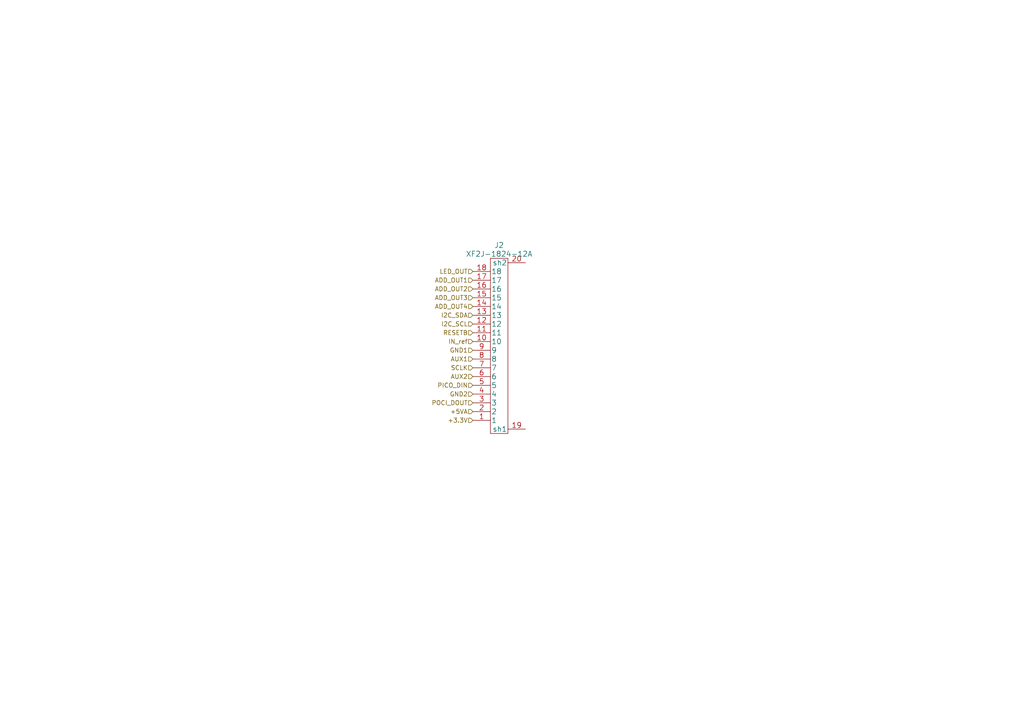
<source format=kicad_sch>
(kicad_sch (version 20230121) (generator eeschema)
  (paper "A4")
  (lib_symbols
    (symbol "00_custom:XF2J-1824-12A" (pin_names (offset 0.254))
      (property "Reference" "J" (at 11.43 -24.13 0))
      (property "Value" "XF2J-1824-12A" (at 20.32 -26.67 0))
      (symbol "XF2J-1824-12A_0_1"
        (rectangle (start 5.08 3.81) (end 10.16 -46.99))
      )
      (symbol "XF2J-1824-12A_1_1"
        (pin unspecified line (at 0 0 0) (length 5.08) (name "1") (number "1"))
        (pin unspecified line (at 0 -22.86 0) (length 5.08) (name "10") (number "10"))
        (pin unspecified line (at 0 -25.4 0) (length 5.08) (name "11") (number "11"))
        (pin unspecified line (at 0 -27.94 0) (length 5.08) (name "12") (number "12"))
        (pin unspecified line (at 0 -30.48 0) (length 5.08) (name "13") (number "13"))
        (pin unspecified line (at 0 -33.02 0) (length 5.08) (name "14") (number "14"))
        (pin unspecified line (at 0 -35.56 0) (length 5.08) (name "15") (number "15"))
        (pin unspecified line (at 0 -38.1 0) (length 5.08) (name "16") (number "16"))
        (pin unspecified line (at 0 -40.64 0) (length 5.08) (name "17") (number "17"))
        (pin unspecified line (at 0 -43.18 0) (length 5.08) (name "18") (number "18"))
        (pin unspecified line (at 15.24 2.54 180) (length 5.08) (name "sh1") (number "19"))
        (pin unspecified line (at 0 -2.54 0) (length 5.08) (name "2") (number "2"))
        (pin unspecified line (at 15.24 -45.72 180) (length 5.08) (name "sh2") (number "20"))
        (pin unspecified line (at 0 -5.08 0) (length 5.08) (name "3") (number "3"))
        (pin unspecified line (at 0 -7.62 0) (length 5.08) (name "4") (number "4"))
        (pin unspecified line (at 0 -10.16 0) (length 5.08) (name "5") (number "5"))
        (pin unspecified line (at 0 -12.7 0) (length 5.08) (name "6") (number "6"))
        (pin unspecified line (at 0 -15.24 0) (length 5.08) (name "7") (number "7"))
        (pin unspecified line (at 0 -17.78 0) (length 5.08) (name "8") (number "8"))
        (pin unspecified line (at 0 -20.32 0) (length 5.08) (name "9") (number "9"))
      )
    )
  )
  (hierarchical_label "ADD_OUT4" (shape input) (at 137.16 88.9 180))
  (hierarchical_label "LED_OUT" (shape input) (at 137.16 78.74 180))
  (hierarchical_label "+3.3V" (shape input) (at 137.16 121.92 180))
  (hierarchical_label "GND1" (shape input) (at 137.16 101.6 180))
  (hierarchical_label "IN_ref" (shape input) (at 137.16 99.06 180))
  (hierarchical_label "RESETB" (shape input) (at 137.16 96.52 180))
  (hierarchical_label "POCI_DOUT" (shape input) (at 137.16 116.84 180))
  (hierarchical_label "PICO_DIN" (shape input) (at 137.16 111.76 180))
  (hierarchical_label "GND2" (shape input) (at 137.16 114.3 180))
  (hierarchical_label "SCLK" (shape input) (at 137.16 106.68 180))
  (hierarchical_label "+5VA" (shape input) (at 137.16 119.38 180))
  (hierarchical_label "ADD_OUT3" (shape input) (at 137.16 86.36 180))
  (hierarchical_label "AUX2" (shape input) (at 137.16 109.22 180))
  (hierarchical_label "ADD_OUT2" (shape input) (at 137.16 83.82 180))
  (hierarchical_label "AUX1" (shape input) (at 137.16 104.14 180))
  (hierarchical_label "ADD_OUT1" (shape input) (at 137.16 81.28 180))
  (hierarchical_label "I2C_SCL" (shape input) (at 137.16 93.98 180))
  (hierarchical_label "I2C_SDA" (shape input) (at 137.16 91.44 180))
  (symbol (lib_id "00_custom:XF2J-1824-12A") (at 137.16 121.92 0) (mirror x) (unit 1)
    (property "Reference" "J2" (at 144.78 71.12 0) (effects (font (size 1.524 1.524))))
    (property "Value" "XF2J-1824-12A" (at 144.78 73.66 0) (effects (font (size 1.524 1.524))))
    (property "Footprint" "00_custom-footprints:XF2J-1824-12A" (effects hide))
    (instances (project "clvHd_master_pico" (path "" (reference "J2") (unit 1)) (path "" (reference "J1") (unit 1))) (project "CONTROLLER_esp32xiao" (path "" (reference "J1") (unit 1))))
  )
)
</source>
